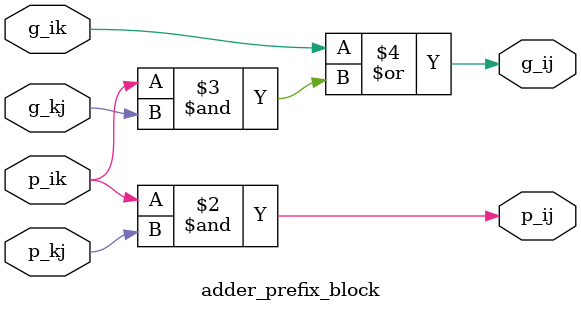
<source format=sv>
`default_nettype none

module adder_prefix_block(p_ik, p_kj, p_ij, g_ik, g_kj, g_ij);

	input wire p_ik;
	input wire p_kj;
	input wire g_ik;
	input wire g_kj;

	output logic p_ij;
	output logic g_ij;

	always_comb begin
		p_ij = p_ik & p_kj;
		g_ij = g_ik | (p_ik & g_kj);
	end

endmodule


</source>
